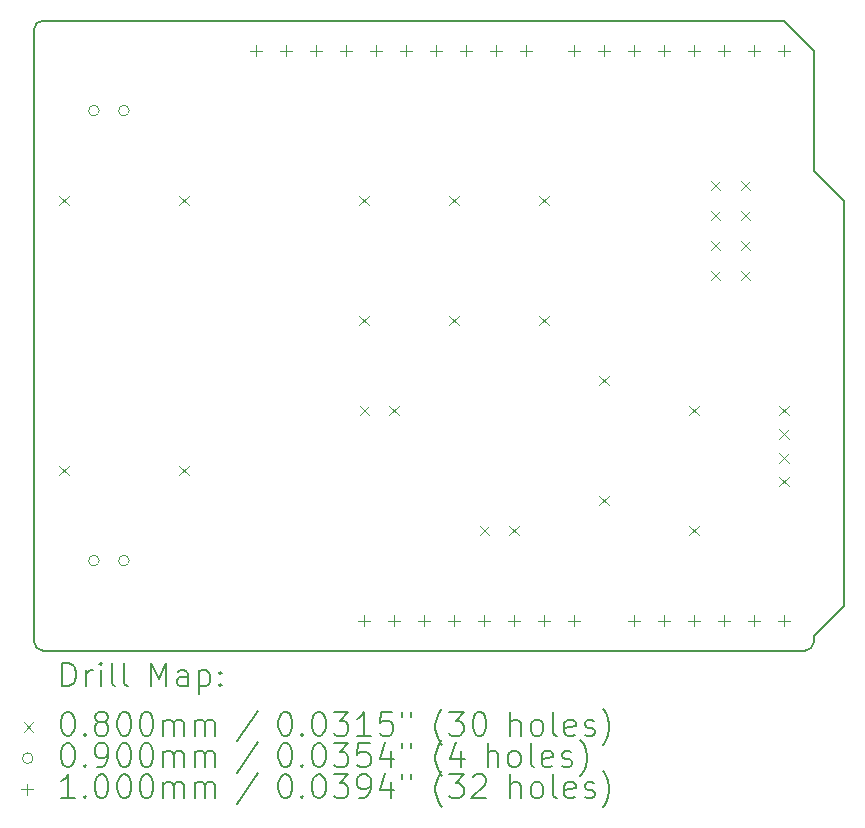
<source format=gbr>
%TF.GenerationSoftware,KiCad,Pcbnew,(7.0.0)*%
%TF.CreationDate,2023-03-23T19:50:35-04:00*%
%TF.ProjectId,ELEG298_S23_Demo_shield,454c4547-3239-4385-9f53-32335f44656d,rev?*%
%TF.SameCoordinates,Original*%
%TF.FileFunction,Drillmap*%
%TF.FilePolarity,Positive*%
%FSLAX45Y45*%
G04 Gerber Fmt 4.5, Leading zero omitted, Abs format (unit mm)*
G04 Created by KiCad (PCBNEW (7.0.0)) date 2023-03-23 19:50:35*
%MOMM*%
%LPD*%
G01*
G04 APERTURE LIST*
%ADD10C,0.150000*%
%ADD11C,0.200000*%
%ADD12C,0.080000*%
%ADD13C,0.090000*%
%ADD14C,0.100000*%
G04 APERTURE END LIST*
D10*
X16604000Y-5936000D02*
X16858000Y-6190000D01*
X10000000Y-9923800D02*
X10000000Y-4742200D01*
X16858000Y-6190000D02*
X16858000Y-9619000D01*
X16527800Y-10000000D02*
X10076200Y-10000000D01*
X10076200Y-4666000D02*
X16350000Y-4666000D01*
X10000000Y-9923800D02*
G75*
G03*
X10076200Y-10000000I76200J0D01*
G01*
X16858000Y-9619000D02*
X16604000Y-9873000D01*
X16350000Y-4666000D02*
X16604000Y-4920000D01*
X16527800Y-10000000D02*
G75*
G03*
X16604000Y-9923800I0J76200D01*
G01*
X16604000Y-4920000D02*
X16604000Y-5936000D01*
X16604000Y-9873000D02*
X16604000Y-9923800D01*
X10076200Y-4666000D02*
G75*
G03*
X10000000Y-4742200I0J-76200D01*
G01*
D11*
D12*
X10214000Y-6150000D02*
X10294000Y-6230000D01*
X10294000Y-6150000D02*
X10214000Y-6230000D01*
X10214000Y-8436000D02*
X10294000Y-8516000D01*
X10294000Y-8436000D02*
X10214000Y-8516000D01*
X11230000Y-6150000D02*
X11310000Y-6230000D01*
X11310000Y-6150000D02*
X11230000Y-6230000D01*
X11230000Y-8436000D02*
X11310000Y-8516000D01*
X11310000Y-8436000D02*
X11230000Y-8516000D01*
X12754000Y-6150000D02*
X12834000Y-6230000D01*
X12834000Y-6150000D02*
X12754000Y-6230000D01*
X12754000Y-7166000D02*
X12834000Y-7246000D01*
X12834000Y-7166000D02*
X12754000Y-7246000D01*
X12758000Y-7928000D02*
X12838000Y-8008000D01*
X12838000Y-7928000D02*
X12758000Y-8008000D01*
X13008000Y-7928000D02*
X13088000Y-8008000D01*
X13088000Y-7928000D02*
X13008000Y-8008000D01*
X13516000Y-6150000D02*
X13596000Y-6230000D01*
X13596000Y-6150000D02*
X13516000Y-6230000D01*
X13516000Y-7166000D02*
X13596000Y-7246000D01*
X13596000Y-7166000D02*
X13516000Y-7246000D01*
X13774000Y-8944000D02*
X13854000Y-9024000D01*
X13854000Y-8944000D02*
X13774000Y-9024000D01*
X14024000Y-8944000D02*
X14104000Y-9024000D01*
X14104000Y-8944000D02*
X14024000Y-9024000D01*
X14278000Y-6150000D02*
X14358000Y-6230000D01*
X14358000Y-6150000D02*
X14278000Y-6230000D01*
X14278000Y-7166000D02*
X14358000Y-7246000D01*
X14358000Y-7166000D02*
X14278000Y-7246000D01*
X14786000Y-7674000D02*
X14866000Y-7754000D01*
X14866000Y-7674000D02*
X14786000Y-7754000D01*
X14786000Y-8690000D02*
X14866000Y-8770000D01*
X14866000Y-8690000D02*
X14786000Y-8770000D01*
X15548000Y-7928000D02*
X15628000Y-8008000D01*
X15628000Y-7928000D02*
X15548000Y-8008000D01*
X15548000Y-8944000D02*
X15628000Y-9024000D01*
X15628000Y-8944000D02*
X15548000Y-9024000D01*
X15733000Y-6023000D02*
X15813000Y-6103000D01*
X15813000Y-6023000D02*
X15733000Y-6103000D01*
X15733000Y-6277000D02*
X15813000Y-6357000D01*
X15813000Y-6277000D02*
X15733000Y-6357000D01*
X15733000Y-6531000D02*
X15813000Y-6611000D01*
X15813000Y-6531000D02*
X15733000Y-6611000D01*
X15733000Y-6785000D02*
X15813000Y-6865000D01*
X15813000Y-6785000D02*
X15733000Y-6865000D01*
X15987000Y-6023000D02*
X16067000Y-6103000D01*
X16067000Y-6023000D02*
X15987000Y-6103000D01*
X15987000Y-6277000D02*
X16067000Y-6357000D01*
X16067000Y-6277000D02*
X15987000Y-6357000D01*
X15987000Y-6531000D02*
X16067000Y-6611000D01*
X16067000Y-6531000D02*
X15987000Y-6611000D01*
X15987000Y-6785000D02*
X16067000Y-6865000D01*
X16067000Y-6785000D02*
X15987000Y-6865000D01*
X16310000Y-7928000D02*
X16390000Y-8008000D01*
X16390000Y-7928000D02*
X16310000Y-8008000D01*
X16310000Y-8128000D02*
X16390000Y-8208000D01*
X16390000Y-8128000D02*
X16310000Y-8208000D01*
X16310000Y-8328000D02*
X16390000Y-8408000D01*
X16390000Y-8328000D02*
X16310000Y-8408000D01*
X16310000Y-8528000D02*
X16390000Y-8608000D01*
X16390000Y-8528000D02*
X16310000Y-8608000D01*
D13*
X10553000Y-5428000D02*
G75*
G03*
X10553000Y-5428000I-45000J0D01*
G01*
X10553000Y-9238000D02*
G75*
G03*
X10553000Y-9238000I-45000J0D01*
G01*
X10807000Y-5428000D02*
G75*
G03*
X10807000Y-5428000I-45000J0D01*
G01*
X10807000Y-9238000D02*
G75*
G03*
X10807000Y-9238000I-45000J0D01*
G01*
D14*
X11879600Y-4870000D02*
X11879600Y-4970000D01*
X11829600Y-4920000D02*
X11929600Y-4920000D01*
X12133600Y-4870000D02*
X12133600Y-4970000D01*
X12083600Y-4920000D02*
X12183600Y-4920000D01*
X12387600Y-4870000D02*
X12387600Y-4970000D01*
X12337600Y-4920000D02*
X12437600Y-4920000D01*
X12641600Y-4870000D02*
X12641600Y-4970000D01*
X12591600Y-4920000D02*
X12691600Y-4920000D01*
X12794000Y-9696000D02*
X12794000Y-9796000D01*
X12744000Y-9746000D02*
X12844000Y-9746000D01*
X12895600Y-4870000D02*
X12895600Y-4970000D01*
X12845600Y-4920000D02*
X12945600Y-4920000D01*
X13048000Y-9696000D02*
X13048000Y-9796000D01*
X12998000Y-9746000D02*
X13098000Y-9746000D01*
X13149600Y-4870000D02*
X13149600Y-4970000D01*
X13099600Y-4920000D02*
X13199600Y-4920000D01*
X13302000Y-9696000D02*
X13302000Y-9796000D01*
X13252000Y-9746000D02*
X13352000Y-9746000D01*
X13403600Y-4870000D02*
X13403600Y-4970000D01*
X13353600Y-4920000D02*
X13453600Y-4920000D01*
X13556000Y-9696000D02*
X13556000Y-9796000D01*
X13506000Y-9746000D02*
X13606000Y-9746000D01*
X13657600Y-4870000D02*
X13657600Y-4970000D01*
X13607600Y-4920000D02*
X13707600Y-4920000D01*
X13810000Y-9696000D02*
X13810000Y-9796000D01*
X13760000Y-9746000D02*
X13860000Y-9746000D01*
X13911600Y-4870000D02*
X13911600Y-4970000D01*
X13861600Y-4920000D02*
X13961600Y-4920000D01*
X14064000Y-9696000D02*
X14064000Y-9796000D01*
X14014000Y-9746000D02*
X14114000Y-9746000D01*
X14165600Y-4870000D02*
X14165600Y-4970000D01*
X14115600Y-4920000D02*
X14215600Y-4920000D01*
X14318000Y-9696000D02*
X14318000Y-9796000D01*
X14268000Y-9746000D02*
X14368000Y-9746000D01*
X14572000Y-4870000D02*
X14572000Y-4970000D01*
X14522000Y-4920000D02*
X14622000Y-4920000D01*
X14572000Y-9696000D02*
X14572000Y-9796000D01*
X14522000Y-9746000D02*
X14622000Y-9746000D01*
X14826000Y-4870000D02*
X14826000Y-4970000D01*
X14776000Y-4920000D02*
X14876000Y-4920000D01*
X15080000Y-4870000D02*
X15080000Y-4970000D01*
X15030000Y-4920000D02*
X15130000Y-4920000D01*
X15080000Y-9696000D02*
X15080000Y-9796000D01*
X15030000Y-9746000D02*
X15130000Y-9746000D01*
X15334000Y-4870000D02*
X15334000Y-4970000D01*
X15284000Y-4920000D02*
X15384000Y-4920000D01*
X15334000Y-9696000D02*
X15334000Y-9796000D01*
X15284000Y-9746000D02*
X15384000Y-9746000D01*
X15588000Y-4870000D02*
X15588000Y-4970000D01*
X15538000Y-4920000D02*
X15638000Y-4920000D01*
X15588000Y-9696000D02*
X15588000Y-9796000D01*
X15538000Y-9746000D02*
X15638000Y-9746000D01*
X15842000Y-4870000D02*
X15842000Y-4970000D01*
X15792000Y-4920000D02*
X15892000Y-4920000D01*
X15842000Y-9696000D02*
X15842000Y-9796000D01*
X15792000Y-9746000D02*
X15892000Y-9746000D01*
X16096000Y-4870000D02*
X16096000Y-4970000D01*
X16046000Y-4920000D02*
X16146000Y-4920000D01*
X16096000Y-9696000D02*
X16096000Y-9796000D01*
X16046000Y-9746000D02*
X16146000Y-9746000D01*
X16350000Y-4870000D02*
X16350000Y-4970000D01*
X16300000Y-4920000D02*
X16400000Y-4920000D01*
X16350000Y-9696000D02*
X16350000Y-9796000D01*
X16300000Y-9746000D02*
X16400000Y-9746000D01*
D11*
X10240119Y-10300976D02*
X10240119Y-10100976D01*
X10240119Y-10100976D02*
X10287738Y-10100976D01*
X10287738Y-10100976D02*
X10316310Y-10110500D01*
X10316310Y-10110500D02*
X10335357Y-10129548D01*
X10335357Y-10129548D02*
X10344881Y-10148595D01*
X10344881Y-10148595D02*
X10354405Y-10186690D01*
X10354405Y-10186690D02*
X10354405Y-10215262D01*
X10354405Y-10215262D02*
X10344881Y-10253357D01*
X10344881Y-10253357D02*
X10335357Y-10272405D01*
X10335357Y-10272405D02*
X10316310Y-10291452D01*
X10316310Y-10291452D02*
X10287738Y-10300976D01*
X10287738Y-10300976D02*
X10240119Y-10300976D01*
X10440119Y-10300976D02*
X10440119Y-10167643D01*
X10440119Y-10205738D02*
X10449643Y-10186690D01*
X10449643Y-10186690D02*
X10459167Y-10177167D01*
X10459167Y-10177167D02*
X10478214Y-10167643D01*
X10478214Y-10167643D02*
X10497262Y-10167643D01*
X10563929Y-10300976D02*
X10563929Y-10167643D01*
X10563929Y-10100976D02*
X10554405Y-10110500D01*
X10554405Y-10110500D02*
X10563929Y-10120024D01*
X10563929Y-10120024D02*
X10573452Y-10110500D01*
X10573452Y-10110500D02*
X10563929Y-10100976D01*
X10563929Y-10100976D02*
X10563929Y-10120024D01*
X10687738Y-10300976D02*
X10668690Y-10291452D01*
X10668690Y-10291452D02*
X10659167Y-10272405D01*
X10659167Y-10272405D02*
X10659167Y-10100976D01*
X10792500Y-10300976D02*
X10773452Y-10291452D01*
X10773452Y-10291452D02*
X10763929Y-10272405D01*
X10763929Y-10272405D02*
X10763929Y-10100976D01*
X10988690Y-10300976D02*
X10988690Y-10100976D01*
X10988690Y-10100976D02*
X11055357Y-10243833D01*
X11055357Y-10243833D02*
X11122024Y-10100976D01*
X11122024Y-10100976D02*
X11122024Y-10300976D01*
X11302976Y-10300976D02*
X11302976Y-10196214D01*
X11302976Y-10196214D02*
X11293452Y-10177167D01*
X11293452Y-10177167D02*
X11274405Y-10167643D01*
X11274405Y-10167643D02*
X11236309Y-10167643D01*
X11236309Y-10167643D02*
X11217262Y-10177167D01*
X11302976Y-10291452D02*
X11283928Y-10300976D01*
X11283928Y-10300976D02*
X11236309Y-10300976D01*
X11236309Y-10300976D02*
X11217262Y-10291452D01*
X11217262Y-10291452D02*
X11207738Y-10272405D01*
X11207738Y-10272405D02*
X11207738Y-10253357D01*
X11207738Y-10253357D02*
X11217262Y-10234310D01*
X11217262Y-10234310D02*
X11236309Y-10224786D01*
X11236309Y-10224786D02*
X11283928Y-10224786D01*
X11283928Y-10224786D02*
X11302976Y-10215262D01*
X11398214Y-10167643D02*
X11398214Y-10367643D01*
X11398214Y-10177167D02*
X11417262Y-10167643D01*
X11417262Y-10167643D02*
X11455357Y-10167643D01*
X11455357Y-10167643D02*
X11474405Y-10177167D01*
X11474405Y-10177167D02*
X11483928Y-10186690D01*
X11483928Y-10186690D02*
X11493452Y-10205738D01*
X11493452Y-10205738D02*
X11493452Y-10262881D01*
X11493452Y-10262881D02*
X11483928Y-10281929D01*
X11483928Y-10281929D02*
X11474405Y-10291452D01*
X11474405Y-10291452D02*
X11455357Y-10300976D01*
X11455357Y-10300976D02*
X11417262Y-10300976D01*
X11417262Y-10300976D02*
X11398214Y-10291452D01*
X11579167Y-10281929D02*
X11588690Y-10291452D01*
X11588690Y-10291452D02*
X11579167Y-10300976D01*
X11579167Y-10300976D02*
X11569643Y-10291452D01*
X11569643Y-10291452D02*
X11579167Y-10281929D01*
X11579167Y-10281929D02*
X11579167Y-10300976D01*
X11579167Y-10177167D02*
X11588690Y-10186690D01*
X11588690Y-10186690D02*
X11579167Y-10196214D01*
X11579167Y-10196214D02*
X11569643Y-10186690D01*
X11569643Y-10186690D02*
X11579167Y-10177167D01*
X11579167Y-10177167D02*
X11579167Y-10196214D01*
D12*
X9912500Y-10607500D02*
X9992500Y-10687500D01*
X9992500Y-10607500D02*
X9912500Y-10687500D01*
D11*
X10278214Y-10520976D02*
X10297262Y-10520976D01*
X10297262Y-10520976D02*
X10316310Y-10530500D01*
X10316310Y-10530500D02*
X10325833Y-10540024D01*
X10325833Y-10540024D02*
X10335357Y-10559071D01*
X10335357Y-10559071D02*
X10344881Y-10597167D01*
X10344881Y-10597167D02*
X10344881Y-10644786D01*
X10344881Y-10644786D02*
X10335357Y-10682881D01*
X10335357Y-10682881D02*
X10325833Y-10701929D01*
X10325833Y-10701929D02*
X10316310Y-10711452D01*
X10316310Y-10711452D02*
X10297262Y-10720976D01*
X10297262Y-10720976D02*
X10278214Y-10720976D01*
X10278214Y-10720976D02*
X10259167Y-10711452D01*
X10259167Y-10711452D02*
X10249643Y-10701929D01*
X10249643Y-10701929D02*
X10240119Y-10682881D01*
X10240119Y-10682881D02*
X10230595Y-10644786D01*
X10230595Y-10644786D02*
X10230595Y-10597167D01*
X10230595Y-10597167D02*
X10240119Y-10559071D01*
X10240119Y-10559071D02*
X10249643Y-10540024D01*
X10249643Y-10540024D02*
X10259167Y-10530500D01*
X10259167Y-10530500D02*
X10278214Y-10520976D01*
X10430595Y-10701929D02*
X10440119Y-10711452D01*
X10440119Y-10711452D02*
X10430595Y-10720976D01*
X10430595Y-10720976D02*
X10421071Y-10711452D01*
X10421071Y-10711452D02*
X10430595Y-10701929D01*
X10430595Y-10701929D02*
X10430595Y-10720976D01*
X10554405Y-10606690D02*
X10535357Y-10597167D01*
X10535357Y-10597167D02*
X10525833Y-10587643D01*
X10525833Y-10587643D02*
X10516310Y-10568595D01*
X10516310Y-10568595D02*
X10516310Y-10559071D01*
X10516310Y-10559071D02*
X10525833Y-10540024D01*
X10525833Y-10540024D02*
X10535357Y-10530500D01*
X10535357Y-10530500D02*
X10554405Y-10520976D01*
X10554405Y-10520976D02*
X10592500Y-10520976D01*
X10592500Y-10520976D02*
X10611548Y-10530500D01*
X10611548Y-10530500D02*
X10621071Y-10540024D01*
X10621071Y-10540024D02*
X10630595Y-10559071D01*
X10630595Y-10559071D02*
X10630595Y-10568595D01*
X10630595Y-10568595D02*
X10621071Y-10587643D01*
X10621071Y-10587643D02*
X10611548Y-10597167D01*
X10611548Y-10597167D02*
X10592500Y-10606690D01*
X10592500Y-10606690D02*
X10554405Y-10606690D01*
X10554405Y-10606690D02*
X10535357Y-10616214D01*
X10535357Y-10616214D02*
X10525833Y-10625738D01*
X10525833Y-10625738D02*
X10516310Y-10644786D01*
X10516310Y-10644786D02*
X10516310Y-10682881D01*
X10516310Y-10682881D02*
X10525833Y-10701929D01*
X10525833Y-10701929D02*
X10535357Y-10711452D01*
X10535357Y-10711452D02*
X10554405Y-10720976D01*
X10554405Y-10720976D02*
X10592500Y-10720976D01*
X10592500Y-10720976D02*
X10611548Y-10711452D01*
X10611548Y-10711452D02*
X10621071Y-10701929D01*
X10621071Y-10701929D02*
X10630595Y-10682881D01*
X10630595Y-10682881D02*
X10630595Y-10644786D01*
X10630595Y-10644786D02*
X10621071Y-10625738D01*
X10621071Y-10625738D02*
X10611548Y-10616214D01*
X10611548Y-10616214D02*
X10592500Y-10606690D01*
X10754405Y-10520976D02*
X10773452Y-10520976D01*
X10773452Y-10520976D02*
X10792500Y-10530500D01*
X10792500Y-10530500D02*
X10802024Y-10540024D01*
X10802024Y-10540024D02*
X10811548Y-10559071D01*
X10811548Y-10559071D02*
X10821071Y-10597167D01*
X10821071Y-10597167D02*
X10821071Y-10644786D01*
X10821071Y-10644786D02*
X10811548Y-10682881D01*
X10811548Y-10682881D02*
X10802024Y-10701929D01*
X10802024Y-10701929D02*
X10792500Y-10711452D01*
X10792500Y-10711452D02*
X10773452Y-10720976D01*
X10773452Y-10720976D02*
X10754405Y-10720976D01*
X10754405Y-10720976D02*
X10735357Y-10711452D01*
X10735357Y-10711452D02*
X10725833Y-10701929D01*
X10725833Y-10701929D02*
X10716310Y-10682881D01*
X10716310Y-10682881D02*
X10706786Y-10644786D01*
X10706786Y-10644786D02*
X10706786Y-10597167D01*
X10706786Y-10597167D02*
X10716310Y-10559071D01*
X10716310Y-10559071D02*
X10725833Y-10540024D01*
X10725833Y-10540024D02*
X10735357Y-10530500D01*
X10735357Y-10530500D02*
X10754405Y-10520976D01*
X10944881Y-10520976D02*
X10963929Y-10520976D01*
X10963929Y-10520976D02*
X10982976Y-10530500D01*
X10982976Y-10530500D02*
X10992500Y-10540024D01*
X10992500Y-10540024D02*
X11002024Y-10559071D01*
X11002024Y-10559071D02*
X11011548Y-10597167D01*
X11011548Y-10597167D02*
X11011548Y-10644786D01*
X11011548Y-10644786D02*
X11002024Y-10682881D01*
X11002024Y-10682881D02*
X10992500Y-10701929D01*
X10992500Y-10701929D02*
X10982976Y-10711452D01*
X10982976Y-10711452D02*
X10963929Y-10720976D01*
X10963929Y-10720976D02*
X10944881Y-10720976D01*
X10944881Y-10720976D02*
X10925833Y-10711452D01*
X10925833Y-10711452D02*
X10916310Y-10701929D01*
X10916310Y-10701929D02*
X10906786Y-10682881D01*
X10906786Y-10682881D02*
X10897262Y-10644786D01*
X10897262Y-10644786D02*
X10897262Y-10597167D01*
X10897262Y-10597167D02*
X10906786Y-10559071D01*
X10906786Y-10559071D02*
X10916310Y-10540024D01*
X10916310Y-10540024D02*
X10925833Y-10530500D01*
X10925833Y-10530500D02*
X10944881Y-10520976D01*
X11097262Y-10720976D02*
X11097262Y-10587643D01*
X11097262Y-10606690D02*
X11106786Y-10597167D01*
X11106786Y-10597167D02*
X11125833Y-10587643D01*
X11125833Y-10587643D02*
X11154405Y-10587643D01*
X11154405Y-10587643D02*
X11173452Y-10597167D01*
X11173452Y-10597167D02*
X11182976Y-10616214D01*
X11182976Y-10616214D02*
X11182976Y-10720976D01*
X11182976Y-10616214D02*
X11192500Y-10597167D01*
X11192500Y-10597167D02*
X11211548Y-10587643D01*
X11211548Y-10587643D02*
X11240119Y-10587643D01*
X11240119Y-10587643D02*
X11259167Y-10597167D01*
X11259167Y-10597167D02*
X11268690Y-10616214D01*
X11268690Y-10616214D02*
X11268690Y-10720976D01*
X11363929Y-10720976D02*
X11363929Y-10587643D01*
X11363929Y-10606690D02*
X11373452Y-10597167D01*
X11373452Y-10597167D02*
X11392500Y-10587643D01*
X11392500Y-10587643D02*
X11421071Y-10587643D01*
X11421071Y-10587643D02*
X11440119Y-10597167D01*
X11440119Y-10597167D02*
X11449643Y-10616214D01*
X11449643Y-10616214D02*
X11449643Y-10720976D01*
X11449643Y-10616214D02*
X11459167Y-10597167D01*
X11459167Y-10597167D02*
X11478214Y-10587643D01*
X11478214Y-10587643D02*
X11506786Y-10587643D01*
X11506786Y-10587643D02*
X11525833Y-10597167D01*
X11525833Y-10597167D02*
X11535357Y-10616214D01*
X11535357Y-10616214D02*
X11535357Y-10720976D01*
X11893452Y-10511452D02*
X11722024Y-10768595D01*
X12118214Y-10520976D02*
X12137262Y-10520976D01*
X12137262Y-10520976D02*
X12156310Y-10530500D01*
X12156310Y-10530500D02*
X12165833Y-10540024D01*
X12165833Y-10540024D02*
X12175357Y-10559071D01*
X12175357Y-10559071D02*
X12184881Y-10597167D01*
X12184881Y-10597167D02*
X12184881Y-10644786D01*
X12184881Y-10644786D02*
X12175357Y-10682881D01*
X12175357Y-10682881D02*
X12165833Y-10701929D01*
X12165833Y-10701929D02*
X12156310Y-10711452D01*
X12156310Y-10711452D02*
X12137262Y-10720976D01*
X12137262Y-10720976D02*
X12118214Y-10720976D01*
X12118214Y-10720976D02*
X12099167Y-10711452D01*
X12099167Y-10711452D02*
X12089643Y-10701929D01*
X12089643Y-10701929D02*
X12080119Y-10682881D01*
X12080119Y-10682881D02*
X12070595Y-10644786D01*
X12070595Y-10644786D02*
X12070595Y-10597167D01*
X12070595Y-10597167D02*
X12080119Y-10559071D01*
X12080119Y-10559071D02*
X12089643Y-10540024D01*
X12089643Y-10540024D02*
X12099167Y-10530500D01*
X12099167Y-10530500D02*
X12118214Y-10520976D01*
X12270595Y-10701929D02*
X12280119Y-10711452D01*
X12280119Y-10711452D02*
X12270595Y-10720976D01*
X12270595Y-10720976D02*
X12261071Y-10711452D01*
X12261071Y-10711452D02*
X12270595Y-10701929D01*
X12270595Y-10701929D02*
X12270595Y-10720976D01*
X12403929Y-10520976D02*
X12422976Y-10520976D01*
X12422976Y-10520976D02*
X12442024Y-10530500D01*
X12442024Y-10530500D02*
X12451548Y-10540024D01*
X12451548Y-10540024D02*
X12461071Y-10559071D01*
X12461071Y-10559071D02*
X12470595Y-10597167D01*
X12470595Y-10597167D02*
X12470595Y-10644786D01*
X12470595Y-10644786D02*
X12461071Y-10682881D01*
X12461071Y-10682881D02*
X12451548Y-10701929D01*
X12451548Y-10701929D02*
X12442024Y-10711452D01*
X12442024Y-10711452D02*
X12422976Y-10720976D01*
X12422976Y-10720976D02*
X12403929Y-10720976D01*
X12403929Y-10720976D02*
X12384881Y-10711452D01*
X12384881Y-10711452D02*
X12375357Y-10701929D01*
X12375357Y-10701929D02*
X12365833Y-10682881D01*
X12365833Y-10682881D02*
X12356310Y-10644786D01*
X12356310Y-10644786D02*
X12356310Y-10597167D01*
X12356310Y-10597167D02*
X12365833Y-10559071D01*
X12365833Y-10559071D02*
X12375357Y-10540024D01*
X12375357Y-10540024D02*
X12384881Y-10530500D01*
X12384881Y-10530500D02*
X12403929Y-10520976D01*
X12537262Y-10520976D02*
X12661071Y-10520976D01*
X12661071Y-10520976D02*
X12594405Y-10597167D01*
X12594405Y-10597167D02*
X12622976Y-10597167D01*
X12622976Y-10597167D02*
X12642024Y-10606690D01*
X12642024Y-10606690D02*
X12651548Y-10616214D01*
X12651548Y-10616214D02*
X12661071Y-10635262D01*
X12661071Y-10635262D02*
X12661071Y-10682881D01*
X12661071Y-10682881D02*
X12651548Y-10701929D01*
X12651548Y-10701929D02*
X12642024Y-10711452D01*
X12642024Y-10711452D02*
X12622976Y-10720976D01*
X12622976Y-10720976D02*
X12565833Y-10720976D01*
X12565833Y-10720976D02*
X12546786Y-10711452D01*
X12546786Y-10711452D02*
X12537262Y-10701929D01*
X12851548Y-10720976D02*
X12737262Y-10720976D01*
X12794405Y-10720976D02*
X12794405Y-10520976D01*
X12794405Y-10520976D02*
X12775357Y-10549548D01*
X12775357Y-10549548D02*
X12756310Y-10568595D01*
X12756310Y-10568595D02*
X12737262Y-10578119D01*
X13032500Y-10520976D02*
X12937262Y-10520976D01*
X12937262Y-10520976D02*
X12927738Y-10616214D01*
X12927738Y-10616214D02*
X12937262Y-10606690D01*
X12937262Y-10606690D02*
X12956310Y-10597167D01*
X12956310Y-10597167D02*
X13003929Y-10597167D01*
X13003929Y-10597167D02*
X13022976Y-10606690D01*
X13022976Y-10606690D02*
X13032500Y-10616214D01*
X13032500Y-10616214D02*
X13042024Y-10635262D01*
X13042024Y-10635262D02*
X13042024Y-10682881D01*
X13042024Y-10682881D02*
X13032500Y-10701929D01*
X13032500Y-10701929D02*
X13022976Y-10711452D01*
X13022976Y-10711452D02*
X13003929Y-10720976D01*
X13003929Y-10720976D02*
X12956310Y-10720976D01*
X12956310Y-10720976D02*
X12937262Y-10711452D01*
X12937262Y-10711452D02*
X12927738Y-10701929D01*
X13118214Y-10520976D02*
X13118214Y-10559071D01*
X13194405Y-10520976D02*
X13194405Y-10559071D01*
X13457262Y-10797167D02*
X13447738Y-10787643D01*
X13447738Y-10787643D02*
X13428691Y-10759071D01*
X13428691Y-10759071D02*
X13419167Y-10740024D01*
X13419167Y-10740024D02*
X13409643Y-10711452D01*
X13409643Y-10711452D02*
X13400119Y-10663833D01*
X13400119Y-10663833D02*
X13400119Y-10625738D01*
X13400119Y-10625738D02*
X13409643Y-10578119D01*
X13409643Y-10578119D02*
X13419167Y-10549548D01*
X13419167Y-10549548D02*
X13428691Y-10530500D01*
X13428691Y-10530500D02*
X13447738Y-10501929D01*
X13447738Y-10501929D02*
X13457262Y-10492405D01*
X13514405Y-10520976D02*
X13638214Y-10520976D01*
X13638214Y-10520976D02*
X13571548Y-10597167D01*
X13571548Y-10597167D02*
X13600119Y-10597167D01*
X13600119Y-10597167D02*
X13619167Y-10606690D01*
X13619167Y-10606690D02*
X13628691Y-10616214D01*
X13628691Y-10616214D02*
X13638214Y-10635262D01*
X13638214Y-10635262D02*
X13638214Y-10682881D01*
X13638214Y-10682881D02*
X13628691Y-10701929D01*
X13628691Y-10701929D02*
X13619167Y-10711452D01*
X13619167Y-10711452D02*
X13600119Y-10720976D01*
X13600119Y-10720976D02*
X13542976Y-10720976D01*
X13542976Y-10720976D02*
X13523929Y-10711452D01*
X13523929Y-10711452D02*
X13514405Y-10701929D01*
X13762024Y-10520976D02*
X13781072Y-10520976D01*
X13781072Y-10520976D02*
X13800119Y-10530500D01*
X13800119Y-10530500D02*
X13809643Y-10540024D01*
X13809643Y-10540024D02*
X13819167Y-10559071D01*
X13819167Y-10559071D02*
X13828691Y-10597167D01*
X13828691Y-10597167D02*
X13828691Y-10644786D01*
X13828691Y-10644786D02*
X13819167Y-10682881D01*
X13819167Y-10682881D02*
X13809643Y-10701929D01*
X13809643Y-10701929D02*
X13800119Y-10711452D01*
X13800119Y-10711452D02*
X13781072Y-10720976D01*
X13781072Y-10720976D02*
X13762024Y-10720976D01*
X13762024Y-10720976D02*
X13742976Y-10711452D01*
X13742976Y-10711452D02*
X13733452Y-10701929D01*
X13733452Y-10701929D02*
X13723929Y-10682881D01*
X13723929Y-10682881D02*
X13714405Y-10644786D01*
X13714405Y-10644786D02*
X13714405Y-10597167D01*
X13714405Y-10597167D02*
X13723929Y-10559071D01*
X13723929Y-10559071D02*
X13733452Y-10540024D01*
X13733452Y-10540024D02*
X13742976Y-10530500D01*
X13742976Y-10530500D02*
X13762024Y-10520976D01*
X14034405Y-10720976D02*
X14034405Y-10520976D01*
X14120119Y-10720976D02*
X14120119Y-10616214D01*
X14120119Y-10616214D02*
X14110595Y-10597167D01*
X14110595Y-10597167D02*
X14091548Y-10587643D01*
X14091548Y-10587643D02*
X14062976Y-10587643D01*
X14062976Y-10587643D02*
X14043929Y-10597167D01*
X14043929Y-10597167D02*
X14034405Y-10606690D01*
X14243929Y-10720976D02*
X14224881Y-10711452D01*
X14224881Y-10711452D02*
X14215357Y-10701929D01*
X14215357Y-10701929D02*
X14205833Y-10682881D01*
X14205833Y-10682881D02*
X14205833Y-10625738D01*
X14205833Y-10625738D02*
X14215357Y-10606690D01*
X14215357Y-10606690D02*
X14224881Y-10597167D01*
X14224881Y-10597167D02*
X14243929Y-10587643D01*
X14243929Y-10587643D02*
X14272500Y-10587643D01*
X14272500Y-10587643D02*
X14291548Y-10597167D01*
X14291548Y-10597167D02*
X14301072Y-10606690D01*
X14301072Y-10606690D02*
X14310595Y-10625738D01*
X14310595Y-10625738D02*
X14310595Y-10682881D01*
X14310595Y-10682881D02*
X14301072Y-10701929D01*
X14301072Y-10701929D02*
X14291548Y-10711452D01*
X14291548Y-10711452D02*
X14272500Y-10720976D01*
X14272500Y-10720976D02*
X14243929Y-10720976D01*
X14424881Y-10720976D02*
X14405833Y-10711452D01*
X14405833Y-10711452D02*
X14396310Y-10692405D01*
X14396310Y-10692405D02*
X14396310Y-10520976D01*
X14577262Y-10711452D02*
X14558214Y-10720976D01*
X14558214Y-10720976D02*
X14520119Y-10720976D01*
X14520119Y-10720976D02*
X14501072Y-10711452D01*
X14501072Y-10711452D02*
X14491548Y-10692405D01*
X14491548Y-10692405D02*
X14491548Y-10616214D01*
X14491548Y-10616214D02*
X14501072Y-10597167D01*
X14501072Y-10597167D02*
X14520119Y-10587643D01*
X14520119Y-10587643D02*
X14558214Y-10587643D01*
X14558214Y-10587643D02*
X14577262Y-10597167D01*
X14577262Y-10597167D02*
X14586786Y-10616214D01*
X14586786Y-10616214D02*
X14586786Y-10635262D01*
X14586786Y-10635262D02*
X14491548Y-10654310D01*
X14662976Y-10711452D02*
X14682024Y-10720976D01*
X14682024Y-10720976D02*
X14720119Y-10720976D01*
X14720119Y-10720976D02*
X14739167Y-10711452D01*
X14739167Y-10711452D02*
X14748691Y-10692405D01*
X14748691Y-10692405D02*
X14748691Y-10682881D01*
X14748691Y-10682881D02*
X14739167Y-10663833D01*
X14739167Y-10663833D02*
X14720119Y-10654310D01*
X14720119Y-10654310D02*
X14691548Y-10654310D01*
X14691548Y-10654310D02*
X14672500Y-10644786D01*
X14672500Y-10644786D02*
X14662976Y-10625738D01*
X14662976Y-10625738D02*
X14662976Y-10616214D01*
X14662976Y-10616214D02*
X14672500Y-10597167D01*
X14672500Y-10597167D02*
X14691548Y-10587643D01*
X14691548Y-10587643D02*
X14720119Y-10587643D01*
X14720119Y-10587643D02*
X14739167Y-10597167D01*
X14815357Y-10797167D02*
X14824881Y-10787643D01*
X14824881Y-10787643D02*
X14843929Y-10759071D01*
X14843929Y-10759071D02*
X14853453Y-10740024D01*
X14853453Y-10740024D02*
X14862976Y-10711452D01*
X14862976Y-10711452D02*
X14872500Y-10663833D01*
X14872500Y-10663833D02*
X14872500Y-10625738D01*
X14872500Y-10625738D02*
X14862976Y-10578119D01*
X14862976Y-10578119D02*
X14853453Y-10549548D01*
X14853453Y-10549548D02*
X14843929Y-10530500D01*
X14843929Y-10530500D02*
X14824881Y-10501929D01*
X14824881Y-10501929D02*
X14815357Y-10492405D01*
D13*
X9992500Y-10911500D02*
G75*
G03*
X9992500Y-10911500I-45000J0D01*
G01*
D11*
X10278214Y-10784976D02*
X10297262Y-10784976D01*
X10297262Y-10784976D02*
X10316310Y-10794500D01*
X10316310Y-10794500D02*
X10325833Y-10804024D01*
X10325833Y-10804024D02*
X10335357Y-10823071D01*
X10335357Y-10823071D02*
X10344881Y-10861167D01*
X10344881Y-10861167D02*
X10344881Y-10908786D01*
X10344881Y-10908786D02*
X10335357Y-10946881D01*
X10335357Y-10946881D02*
X10325833Y-10965929D01*
X10325833Y-10965929D02*
X10316310Y-10975452D01*
X10316310Y-10975452D02*
X10297262Y-10984976D01*
X10297262Y-10984976D02*
X10278214Y-10984976D01*
X10278214Y-10984976D02*
X10259167Y-10975452D01*
X10259167Y-10975452D02*
X10249643Y-10965929D01*
X10249643Y-10965929D02*
X10240119Y-10946881D01*
X10240119Y-10946881D02*
X10230595Y-10908786D01*
X10230595Y-10908786D02*
X10230595Y-10861167D01*
X10230595Y-10861167D02*
X10240119Y-10823071D01*
X10240119Y-10823071D02*
X10249643Y-10804024D01*
X10249643Y-10804024D02*
X10259167Y-10794500D01*
X10259167Y-10794500D02*
X10278214Y-10784976D01*
X10430595Y-10965929D02*
X10440119Y-10975452D01*
X10440119Y-10975452D02*
X10430595Y-10984976D01*
X10430595Y-10984976D02*
X10421071Y-10975452D01*
X10421071Y-10975452D02*
X10430595Y-10965929D01*
X10430595Y-10965929D02*
X10430595Y-10984976D01*
X10535357Y-10984976D02*
X10573452Y-10984976D01*
X10573452Y-10984976D02*
X10592500Y-10975452D01*
X10592500Y-10975452D02*
X10602024Y-10965929D01*
X10602024Y-10965929D02*
X10621071Y-10937357D01*
X10621071Y-10937357D02*
X10630595Y-10899262D01*
X10630595Y-10899262D02*
X10630595Y-10823071D01*
X10630595Y-10823071D02*
X10621071Y-10804024D01*
X10621071Y-10804024D02*
X10611548Y-10794500D01*
X10611548Y-10794500D02*
X10592500Y-10784976D01*
X10592500Y-10784976D02*
X10554405Y-10784976D01*
X10554405Y-10784976D02*
X10535357Y-10794500D01*
X10535357Y-10794500D02*
X10525833Y-10804024D01*
X10525833Y-10804024D02*
X10516310Y-10823071D01*
X10516310Y-10823071D02*
X10516310Y-10870690D01*
X10516310Y-10870690D02*
X10525833Y-10889738D01*
X10525833Y-10889738D02*
X10535357Y-10899262D01*
X10535357Y-10899262D02*
X10554405Y-10908786D01*
X10554405Y-10908786D02*
X10592500Y-10908786D01*
X10592500Y-10908786D02*
X10611548Y-10899262D01*
X10611548Y-10899262D02*
X10621071Y-10889738D01*
X10621071Y-10889738D02*
X10630595Y-10870690D01*
X10754405Y-10784976D02*
X10773452Y-10784976D01*
X10773452Y-10784976D02*
X10792500Y-10794500D01*
X10792500Y-10794500D02*
X10802024Y-10804024D01*
X10802024Y-10804024D02*
X10811548Y-10823071D01*
X10811548Y-10823071D02*
X10821071Y-10861167D01*
X10821071Y-10861167D02*
X10821071Y-10908786D01*
X10821071Y-10908786D02*
X10811548Y-10946881D01*
X10811548Y-10946881D02*
X10802024Y-10965929D01*
X10802024Y-10965929D02*
X10792500Y-10975452D01*
X10792500Y-10975452D02*
X10773452Y-10984976D01*
X10773452Y-10984976D02*
X10754405Y-10984976D01*
X10754405Y-10984976D02*
X10735357Y-10975452D01*
X10735357Y-10975452D02*
X10725833Y-10965929D01*
X10725833Y-10965929D02*
X10716310Y-10946881D01*
X10716310Y-10946881D02*
X10706786Y-10908786D01*
X10706786Y-10908786D02*
X10706786Y-10861167D01*
X10706786Y-10861167D02*
X10716310Y-10823071D01*
X10716310Y-10823071D02*
X10725833Y-10804024D01*
X10725833Y-10804024D02*
X10735357Y-10794500D01*
X10735357Y-10794500D02*
X10754405Y-10784976D01*
X10944881Y-10784976D02*
X10963929Y-10784976D01*
X10963929Y-10784976D02*
X10982976Y-10794500D01*
X10982976Y-10794500D02*
X10992500Y-10804024D01*
X10992500Y-10804024D02*
X11002024Y-10823071D01*
X11002024Y-10823071D02*
X11011548Y-10861167D01*
X11011548Y-10861167D02*
X11011548Y-10908786D01*
X11011548Y-10908786D02*
X11002024Y-10946881D01*
X11002024Y-10946881D02*
X10992500Y-10965929D01*
X10992500Y-10965929D02*
X10982976Y-10975452D01*
X10982976Y-10975452D02*
X10963929Y-10984976D01*
X10963929Y-10984976D02*
X10944881Y-10984976D01*
X10944881Y-10984976D02*
X10925833Y-10975452D01*
X10925833Y-10975452D02*
X10916310Y-10965929D01*
X10916310Y-10965929D02*
X10906786Y-10946881D01*
X10906786Y-10946881D02*
X10897262Y-10908786D01*
X10897262Y-10908786D02*
X10897262Y-10861167D01*
X10897262Y-10861167D02*
X10906786Y-10823071D01*
X10906786Y-10823071D02*
X10916310Y-10804024D01*
X10916310Y-10804024D02*
X10925833Y-10794500D01*
X10925833Y-10794500D02*
X10944881Y-10784976D01*
X11097262Y-10984976D02*
X11097262Y-10851643D01*
X11097262Y-10870690D02*
X11106786Y-10861167D01*
X11106786Y-10861167D02*
X11125833Y-10851643D01*
X11125833Y-10851643D02*
X11154405Y-10851643D01*
X11154405Y-10851643D02*
X11173452Y-10861167D01*
X11173452Y-10861167D02*
X11182976Y-10880214D01*
X11182976Y-10880214D02*
X11182976Y-10984976D01*
X11182976Y-10880214D02*
X11192500Y-10861167D01*
X11192500Y-10861167D02*
X11211548Y-10851643D01*
X11211548Y-10851643D02*
X11240119Y-10851643D01*
X11240119Y-10851643D02*
X11259167Y-10861167D01*
X11259167Y-10861167D02*
X11268690Y-10880214D01*
X11268690Y-10880214D02*
X11268690Y-10984976D01*
X11363929Y-10984976D02*
X11363929Y-10851643D01*
X11363929Y-10870690D02*
X11373452Y-10861167D01*
X11373452Y-10861167D02*
X11392500Y-10851643D01*
X11392500Y-10851643D02*
X11421071Y-10851643D01*
X11421071Y-10851643D02*
X11440119Y-10861167D01*
X11440119Y-10861167D02*
X11449643Y-10880214D01*
X11449643Y-10880214D02*
X11449643Y-10984976D01*
X11449643Y-10880214D02*
X11459167Y-10861167D01*
X11459167Y-10861167D02*
X11478214Y-10851643D01*
X11478214Y-10851643D02*
X11506786Y-10851643D01*
X11506786Y-10851643D02*
X11525833Y-10861167D01*
X11525833Y-10861167D02*
X11535357Y-10880214D01*
X11535357Y-10880214D02*
X11535357Y-10984976D01*
X11893452Y-10775452D02*
X11722024Y-11032595D01*
X12118214Y-10784976D02*
X12137262Y-10784976D01*
X12137262Y-10784976D02*
X12156310Y-10794500D01*
X12156310Y-10794500D02*
X12165833Y-10804024D01*
X12165833Y-10804024D02*
X12175357Y-10823071D01*
X12175357Y-10823071D02*
X12184881Y-10861167D01*
X12184881Y-10861167D02*
X12184881Y-10908786D01*
X12184881Y-10908786D02*
X12175357Y-10946881D01*
X12175357Y-10946881D02*
X12165833Y-10965929D01*
X12165833Y-10965929D02*
X12156310Y-10975452D01*
X12156310Y-10975452D02*
X12137262Y-10984976D01*
X12137262Y-10984976D02*
X12118214Y-10984976D01*
X12118214Y-10984976D02*
X12099167Y-10975452D01*
X12099167Y-10975452D02*
X12089643Y-10965929D01*
X12089643Y-10965929D02*
X12080119Y-10946881D01*
X12080119Y-10946881D02*
X12070595Y-10908786D01*
X12070595Y-10908786D02*
X12070595Y-10861167D01*
X12070595Y-10861167D02*
X12080119Y-10823071D01*
X12080119Y-10823071D02*
X12089643Y-10804024D01*
X12089643Y-10804024D02*
X12099167Y-10794500D01*
X12099167Y-10794500D02*
X12118214Y-10784976D01*
X12270595Y-10965929D02*
X12280119Y-10975452D01*
X12280119Y-10975452D02*
X12270595Y-10984976D01*
X12270595Y-10984976D02*
X12261071Y-10975452D01*
X12261071Y-10975452D02*
X12270595Y-10965929D01*
X12270595Y-10965929D02*
X12270595Y-10984976D01*
X12403929Y-10784976D02*
X12422976Y-10784976D01*
X12422976Y-10784976D02*
X12442024Y-10794500D01*
X12442024Y-10794500D02*
X12451548Y-10804024D01*
X12451548Y-10804024D02*
X12461071Y-10823071D01*
X12461071Y-10823071D02*
X12470595Y-10861167D01*
X12470595Y-10861167D02*
X12470595Y-10908786D01*
X12470595Y-10908786D02*
X12461071Y-10946881D01*
X12461071Y-10946881D02*
X12451548Y-10965929D01*
X12451548Y-10965929D02*
X12442024Y-10975452D01*
X12442024Y-10975452D02*
X12422976Y-10984976D01*
X12422976Y-10984976D02*
X12403929Y-10984976D01*
X12403929Y-10984976D02*
X12384881Y-10975452D01*
X12384881Y-10975452D02*
X12375357Y-10965929D01*
X12375357Y-10965929D02*
X12365833Y-10946881D01*
X12365833Y-10946881D02*
X12356310Y-10908786D01*
X12356310Y-10908786D02*
X12356310Y-10861167D01*
X12356310Y-10861167D02*
X12365833Y-10823071D01*
X12365833Y-10823071D02*
X12375357Y-10804024D01*
X12375357Y-10804024D02*
X12384881Y-10794500D01*
X12384881Y-10794500D02*
X12403929Y-10784976D01*
X12537262Y-10784976D02*
X12661071Y-10784976D01*
X12661071Y-10784976D02*
X12594405Y-10861167D01*
X12594405Y-10861167D02*
X12622976Y-10861167D01*
X12622976Y-10861167D02*
X12642024Y-10870690D01*
X12642024Y-10870690D02*
X12651548Y-10880214D01*
X12651548Y-10880214D02*
X12661071Y-10899262D01*
X12661071Y-10899262D02*
X12661071Y-10946881D01*
X12661071Y-10946881D02*
X12651548Y-10965929D01*
X12651548Y-10965929D02*
X12642024Y-10975452D01*
X12642024Y-10975452D02*
X12622976Y-10984976D01*
X12622976Y-10984976D02*
X12565833Y-10984976D01*
X12565833Y-10984976D02*
X12546786Y-10975452D01*
X12546786Y-10975452D02*
X12537262Y-10965929D01*
X12842024Y-10784976D02*
X12746786Y-10784976D01*
X12746786Y-10784976D02*
X12737262Y-10880214D01*
X12737262Y-10880214D02*
X12746786Y-10870690D01*
X12746786Y-10870690D02*
X12765833Y-10861167D01*
X12765833Y-10861167D02*
X12813452Y-10861167D01*
X12813452Y-10861167D02*
X12832500Y-10870690D01*
X12832500Y-10870690D02*
X12842024Y-10880214D01*
X12842024Y-10880214D02*
X12851548Y-10899262D01*
X12851548Y-10899262D02*
X12851548Y-10946881D01*
X12851548Y-10946881D02*
X12842024Y-10965929D01*
X12842024Y-10965929D02*
X12832500Y-10975452D01*
X12832500Y-10975452D02*
X12813452Y-10984976D01*
X12813452Y-10984976D02*
X12765833Y-10984976D01*
X12765833Y-10984976D02*
X12746786Y-10975452D01*
X12746786Y-10975452D02*
X12737262Y-10965929D01*
X13022976Y-10851643D02*
X13022976Y-10984976D01*
X12975357Y-10775452D02*
X12927738Y-10918310D01*
X12927738Y-10918310D02*
X13051548Y-10918310D01*
X13118214Y-10784976D02*
X13118214Y-10823071D01*
X13194405Y-10784976D02*
X13194405Y-10823071D01*
X13457262Y-11061167D02*
X13447738Y-11051643D01*
X13447738Y-11051643D02*
X13428691Y-11023071D01*
X13428691Y-11023071D02*
X13419167Y-11004024D01*
X13419167Y-11004024D02*
X13409643Y-10975452D01*
X13409643Y-10975452D02*
X13400119Y-10927833D01*
X13400119Y-10927833D02*
X13400119Y-10889738D01*
X13400119Y-10889738D02*
X13409643Y-10842119D01*
X13409643Y-10842119D02*
X13419167Y-10813548D01*
X13419167Y-10813548D02*
X13428691Y-10794500D01*
X13428691Y-10794500D02*
X13447738Y-10765929D01*
X13447738Y-10765929D02*
X13457262Y-10756405D01*
X13619167Y-10851643D02*
X13619167Y-10984976D01*
X13571548Y-10775452D02*
X13523929Y-10918310D01*
X13523929Y-10918310D02*
X13647738Y-10918310D01*
X13843929Y-10984976D02*
X13843929Y-10784976D01*
X13929643Y-10984976D02*
X13929643Y-10880214D01*
X13929643Y-10880214D02*
X13920119Y-10861167D01*
X13920119Y-10861167D02*
X13901072Y-10851643D01*
X13901072Y-10851643D02*
X13872500Y-10851643D01*
X13872500Y-10851643D02*
X13853452Y-10861167D01*
X13853452Y-10861167D02*
X13843929Y-10870690D01*
X14053452Y-10984976D02*
X14034405Y-10975452D01*
X14034405Y-10975452D02*
X14024881Y-10965929D01*
X14024881Y-10965929D02*
X14015357Y-10946881D01*
X14015357Y-10946881D02*
X14015357Y-10889738D01*
X14015357Y-10889738D02*
X14024881Y-10870690D01*
X14024881Y-10870690D02*
X14034405Y-10861167D01*
X14034405Y-10861167D02*
X14053452Y-10851643D01*
X14053452Y-10851643D02*
X14082024Y-10851643D01*
X14082024Y-10851643D02*
X14101072Y-10861167D01*
X14101072Y-10861167D02*
X14110595Y-10870690D01*
X14110595Y-10870690D02*
X14120119Y-10889738D01*
X14120119Y-10889738D02*
X14120119Y-10946881D01*
X14120119Y-10946881D02*
X14110595Y-10965929D01*
X14110595Y-10965929D02*
X14101072Y-10975452D01*
X14101072Y-10975452D02*
X14082024Y-10984976D01*
X14082024Y-10984976D02*
X14053452Y-10984976D01*
X14234405Y-10984976D02*
X14215357Y-10975452D01*
X14215357Y-10975452D02*
X14205833Y-10956405D01*
X14205833Y-10956405D02*
X14205833Y-10784976D01*
X14386786Y-10975452D02*
X14367738Y-10984976D01*
X14367738Y-10984976D02*
X14329643Y-10984976D01*
X14329643Y-10984976D02*
X14310595Y-10975452D01*
X14310595Y-10975452D02*
X14301072Y-10956405D01*
X14301072Y-10956405D02*
X14301072Y-10880214D01*
X14301072Y-10880214D02*
X14310595Y-10861167D01*
X14310595Y-10861167D02*
X14329643Y-10851643D01*
X14329643Y-10851643D02*
X14367738Y-10851643D01*
X14367738Y-10851643D02*
X14386786Y-10861167D01*
X14386786Y-10861167D02*
X14396310Y-10880214D01*
X14396310Y-10880214D02*
X14396310Y-10899262D01*
X14396310Y-10899262D02*
X14301072Y-10918310D01*
X14472500Y-10975452D02*
X14491548Y-10984976D01*
X14491548Y-10984976D02*
X14529643Y-10984976D01*
X14529643Y-10984976D02*
X14548691Y-10975452D01*
X14548691Y-10975452D02*
X14558214Y-10956405D01*
X14558214Y-10956405D02*
X14558214Y-10946881D01*
X14558214Y-10946881D02*
X14548691Y-10927833D01*
X14548691Y-10927833D02*
X14529643Y-10918310D01*
X14529643Y-10918310D02*
X14501072Y-10918310D01*
X14501072Y-10918310D02*
X14482024Y-10908786D01*
X14482024Y-10908786D02*
X14472500Y-10889738D01*
X14472500Y-10889738D02*
X14472500Y-10880214D01*
X14472500Y-10880214D02*
X14482024Y-10861167D01*
X14482024Y-10861167D02*
X14501072Y-10851643D01*
X14501072Y-10851643D02*
X14529643Y-10851643D01*
X14529643Y-10851643D02*
X14548691Y-10861167D01*
X14624881Y-11061167D02*
X14634405Y-11051643D01*
X14634405Y-11051643D02*
X14653453Y-11023071D01*
X14653453Y-11023071D02*
X14662976Y-11004024D01*
X14662976Y-11004024D02*
X14672500Y-10975452D01*
X14672500Y-10975452D02*
X14682024Y-10927833D01*
X14682024Y-10927833D02*
X14682024Y-10889738D01*
X14682024Y-10889738D02*
X14672500Y-10842119D01*
X14672500Y-10842119D02*
X14662976Y-10813548D01*
X14662976Y-10813548D02*
X14653453Y-10794500D01*
X14653453Y-10794500D02*
X14634405Y-10765929D01*
X14634405Y-10765929D02*
X14624881Y-10756405D01*
D14*
X9942500Y-11125500D02*
X9942500Y-11225500D01*
X9892500Y-11175500D02*
X9992500Y-11175500D01*
D11*
X10344881Y-11248976D02*
X10230595Y-11248976D01*
X10287738Y-11248976D02*
X10287738Y-11048976D01*
X10287738Y-11048976D02*
X10268690Y-11077548D01*
X10268690Y-11077548D02*
X10249643Y-11096595D01*
X10249643Y-11096595D02*
X10230595Y-11106119D01*
X10430595Y-11229928D02*
X10440119Y-11239452D01*
X10440119Y-11239452D02*
X10430595Y-11248976D01*
X10430595Y-11248976D02*
X10421071Y-11239452D01*
X10421071Y-11239452D02*
X10430595Y-11229928D01*
X10430595Y-11229928D02*
X10430595Y-11248976D01*
X10563929Y-11048976D02*
X10582976Y-11048976D01*
X10582976Y-11048976D02*
X10602024Y-11058500D01*
X10602024Y-11058500D02*
X10611548Y-11068024D01*
X10611548Y-11068024D02*
X10621071Y-11087071D01*
X10621071Y-11087071D02*
X10630595Y-11125167D01*
X10630595Y-11125167D02*
X10630595Y-11172786D01*
X10630595Y-11172786D02*
X10621071Y-11210881D01*
X10621071Y-11210881D02*
X10611548Y-11229928D01*
X10611548Y-11229928D02*
X10602024Y-11239452D01*
X10602024Y-11239452D02*
X10582976Y-11248976D01*
X10582976Y-11248976D02*
X10563929Y-11248976D01*
X10563929Y-11248976D02*
X10544881Y-11239452D01*
X10544881Y-11239452D02*
X10535357Y-11229928D01*
X10535357Y-11229928D02*
X10525833Y-11210881D01*
X10525833Y-11210881D02*
X10516310Y-11172786D01*
X10516310Y-11172786D02*
X10516310Y-11125167D01*
X10516310Y-11125167D02*
X10525833Y-11087071D01*
X10525833Y-11087071D02*
X10535357Y-11068024D01*
X10535357Y-11068024D02*
X10544881Y-11058500D01*
X10544881Y-11058500D02*
X10563929Y-11048976D01*
X10754405Y-11048976D02*
X10773452Y-11048976D01*
X10773452Y-11048976D02*
X10792500Y-11058500D01*
X10792500Y-11058500D02*
X10802024Y-11068024D01*
X10802024Y-11068024D02*
X10811548Y-11087071D01*
X10811548Y-11087071D02*
X10821071Y-11125167D01*
X10821071Y-11125167D02*
X10821071Y-11172786D01*
X10821071Y-11172786D02*
X10811548Y-11210881D01*
X10811548Y-11210881D02*
X10802024Y-11229928D01*
X10802024Y-11229928D02*
X10792500Y-11239452D01*
X10792500Y-11239452D02*
X10773452Y-11248976D01*
X10773452Y-11248976D02*
X10754405Y-11248976D01*
X10754405Y-11248976D02*
X10735357Y-11239452D01*
X10735357Y-11239452D02*
X10725833Y-11229928D01*
X10725833Y-11229928D02*
X10716310Y-11210881D01*
X10716310Y-11210881D02*
X10706786Y-11172786D01*
X10706786Y-11172786D02*
X10706786Y-11125167D01*
X10706786Y-11125167D02*
X10716310Y-11087071D01*
X10716310Y-11087071D02*
X10725833Y-11068024D01*
X10725833Y-11068024D02*
X10735357Y-11058500D01*
X10735357Y-11058500D02*
X10754405Y-11048976D01*
X10944881Y-11048976D02*
X10963929Y-11048976D01*
X10963929Y-11048976D02*
X10982976Y-11058500D01*
X10982976Y-11058500D02*
X10992500Y-11068024D01*
X10992500Y-11068024D02*
X11002024Y-11087071D01*
X11002024Y-11087071D02*
X11011548Y-11125167D01*
X11011548Y-11125167D02*
X11011548Y-11172786D01*
X11011548Y-11172786D02*
X11002024Y-11210881D01*
X11002024Y-11210881D02*
X10992500Y-11229928D01*
X10992500Y-11229928D02*
X10982976Y-11239452D01*
X10982976Y-11239452D02*
X10963929Y-11248976D01*
X10963929Y-11248976D02*
X10944881Y-11248976D01*
X10944881Y-11248976D02*
X10925833Y-11239452D01*
X10925833Y-11239452D02*
X10916310Y-11229928D01*
X10916310Y-11229928D02*
X10906786Y-11210881D01*
X10906786Y-11210881D02*
X10897262Y-11172786D01*
X10897262Y-11172786D02*
X10897262Y-11125167D01*
X10897262Y-11125167D02*
X10906786Y-11087071D01*
X10906786Y-11087071D02*
X10916310Y-11068024D01*
X10916310Y-11068024D02*
X10925833Y-11058500D01*
X10925833Y-11058500D02*
X10944881Y-11048976D01*
X11097262Y-11248976D02*
X11097262Y-11115643D01*
X11097262Y-11134690D02*
X11106786Y-11125167D01*
X11106786Y-11125167D02*
X11125833Y-11115643D01*
X11125833Y-11115643D02*
X11154405Y-11115643D01*
X11154405Y-11115643D02*
X11173452Y-11125167D01*
X11173452Y-11125167D02*
X11182976Y-11144214D01*
X11182976Y-11144214D02*
X11182976Y-11248976D01*
X11182976Y-11144214D02*
X11192500Y-11125167D01*
X11192500Y-11125167D02*
X11211548Y-11115643D01*
X11211548Y-11115643D02*
X11240119Y-11115643D01*
X11240119Y-11115643D02*
X11259167Y-11125167D01*
X11259167Y-11125167D02*
X11268690Y-11144214D01*
X11268690Y-11144214D02*
X11268690Y-11248976D01*
X11363929Y-11248976D02*
X11363929Y-11115643D01*
X11363929Y-11134690D02*
X11373452Y-11125167D01*
X11373452Y-11125167D02*
X11392500Y-11115643D01*
X11392500Y-11115643D02*
X11421071Y-11115643D01*
X11421071Y-11115643D02*
X11440119Y-11125167D01*
X11440119Y-11125167D02*
X11449643Y-11144214D01*
X11449643Y-11144214D02*
X11449643Y-11248976D01*
X11449643Y-11144214D02*
X11459167Y-11125167D01*
X11459167Y-11125167D02*
X11478214Y-11115643D01*
X11478214Y-11115643D02*
X11506786Y-11115643D01*
X11506786Y-11115643D02*
X11525833Y-11125167D01*
X11525833Y-11125167D02*
X11535357Y-11144214D01*
X11535357Y-11144214D02*
X11535357Y-11248976D01*
X11893452Y-11039452D02*
X11722024Y-11296595D01*
X12118214Y-11048976D02*
X12137262Y-11048976D01*
X12137262Y-11048976D02*
X12156310Y-11058500D01*
X12156310Y-11058500D02*
X12165833Y-11068024D01*
X12165833Y-11068024D02*
X12175357Y-11087071D01*
X12175357Y-11087071D02*
X12184881Y-11125167D01*
X12184881Y-11125167D02*
X12184881Y-11172786D01*
X12184881Y-11172786D02*
X12175357Y-11210881D01*
X12175357Y-11210881D02*
X12165833Y-11229928D01*
X12165833Y-11229928D02*
X12156310Y-11239452D01*
X12156310Y-11239452D02*
X12137262Y-11248976D01*
X12137262Y-11248976D02*
X12118214Y-11248976D01*
X12118214Y-11248976D02*
X12099167Y-11239452D01*
X12099167Y-11239452D02*
X12089643Y-11229928D01*
X12089643Y-11229928D02*
X12080119Y-11210881D01*
X12080119Y-11210881D02*
X12070595Y-11172786D01*
X12070595Y-11172786D02*
X12070595Y-11125167D01*
X12070595Y-11125167D02*
X12080119Y-11087071D01*
X12080119Y-11087071D02*
X12089643Y-11068024D01*
X12089643Y-11068024D02*
X12099167Y-11058500D01*
X12099167Y-11058500D02*
X12118214Y-11048976D01*
X12270595Y-11229928D02*
X12280119Y-11239452D01*
X12280119Y-11239452D02*
X12270595Y-11248976D01*
X12270595Y-11248976D02*
X12261071Y-11239452D01*
X12261071Y-11239452D02*
X12270595Y-11229928D01*
X12270595Y-11229928D02*
X12270595Y-11248976D01*
X12403929Y-11048976D02*
X12422976Y-11048976D01*
X12422976Y-11048976D02*
X12442024Y-11058500D01*
X12442024Y-11058500D02*
X12451548Y-11068024D01*
X12451548Y-11068024D02*
X12461071Y-11087071D01*
X12461071Y-11087071D02*
X12470595Y-11125167D01*
X12470595Y-11125167D02*
X12470595Y-11172786D01*
X12470595Y-11172786D02*
X12461071Y-11210881D01*
X12461071Y-11210881D02*
X12451548Y-11229928D01*
X12451548Y-11229928D02*
X12442024Y-11239452D01*
X12442024Y-11239452D02*
X12422976Y-11248976D01*
X12422976Y-11248976D02*
X12403929Y-11248976D01*
X12403929Y-11248976D02*
X12384881Y-11239452D01*
X12384881Y-11239452D02*
X12375357Y-11229928D01*
X12375357Y-11229928D02*
X12365833Y-11210881D01*
X12365833Y-11210881D02*
X12356310Y-11172786D01*
X12356310Y-11172786D02*
X12356310Y-11125167D01*
X12356310Y-11125167D02*
X12365833Y-11087071D01*
X12365833Y-11087071D02*
X12375357Y-11068024D01*
X12375357Y-11068024D02*
X12384881Y-11058500D01*
X12384881Y-11058500D02*
X12403929Y-11048976D01*
X12537262Y-11048976D02*
X12661071Y-11048976D01*
X12661071Y-11048976D02*
X12594405Y-11125167D01*
X12594405Y-11125167D02*
X12622976Y-11125167D01*
X12622976Y-11125167D02*
X12642024Y-11134690D01*
X12642024Y-11134690D02*
X12651548Y-11144214D01*
X12651548Y-11144214D02*
X12661071Y-11163262D01*
X12661071Y-11163262D02*
X12661071Y-11210881D01*
X12661071Y-11210881D02*
X12651548Y-11229928D01*
X12651548Y-11229928D02*
X12642024Y-11239452D01*
X12642024Y-11239452D02*
X12622976Y-11248976D01*
X12622976Y-11248976D02*
X12565833Y-11248976D01*
X12565833Y-11248976D02*
X12546786Y-11239452D01*
X12546786Y-11239452D02*
X12537262Y-11229928D01*
X12756310Y-11248976D02*
X12794405Y-11248976D01*
X12794405Y-11248976D02*
X12813452Y-11239452D01*
X12813452Y-11239452D02*
X12822976Y-11229928D01*
X12822976Y-11229928D02*
X12842024Y-11201357D01*
X12842024Y-11201357D02*
X12851548Y-11163262D01*
X12851548Y-11163262D02*
X12851548Y-11087071D01*
X12851548Y-11087071D02*
X12842024Y-11068024D01*
X12842024Y-11068024D02*
X12832500Y-11058500D01*
X12832500Y-11058500D02*
X12813452Y-11048976D01*
X12813452Y-11048976D02*
X12775357Y-11048976D01*
X12775357Y-11048976D02*
X12756310Y-11058500D01*
X12756310Y-11058500D02*
X12746786Y-11068024D01*
X12746786Y-11068024D02*
X12737262Y-11087071D01*
X12737262Y-11087071D02*
X12737262Y-11134690D01*
X12737262Y-11134690D02*
X12746786Y-11153738D01*
X12746786Y-11153738D02*
X12756310Y-11163262D01*
X12756310Y-11163262D02*
X12775357Y-11172786D01*
X12775357Y-11172786D02*
X12813452Y-11172786D01*
X12813452Y-11172786D02*
X12832500Y-11163262D01*
X12832500Y-11163262D02*
X12842024Y-11153738D01*
X12842024Y-11153738D02*
X12851548Y-11134690D01*
X13022976Y-11115643D02*
X13022976Y-11248976D01*
X12975357Y-11039452D02*
X12927738Y-11182310D01*
X12927738Y-11182310D02*
X13051548Y-11182310D01*
X13118214Y-11048976D02*
X13118214Y-11087071D01*
X13194405Y-11048976D02*
X13194405Y-11087071D01*
X13457262Y-11325167D02*
X13447738Y-11315643D01*
X13447738Y-11315643D02*
X13428691Y-11287071D01*
X13428691Y-11287071D02*
X13419167Y-11268024D01*
X13419167Y-11268024D02*
X13409643Y-11239452D01*
X13409643Y-11239452D02*
X13400119Y-11191833D01*
X13400119Y-11191833D02*
X13400119Y-11153738D01*
X13400119Y-11153738D02*
X13409643Y-11106119D01*
X13409643Y-11106119D02*
X13419167Y-11077548D01*
X13419167Y-11077548D02*
X13428691Y-11058500D01*
X13428691Y-11058500D02*
X13447738Y-11029929D01*
X13447738Y-11029929D02*
X13457262Y-11020405D01*
X13514405Y-11048976D02*
X13638214Y-11048976D01*
X13638214Y-11048976D02*
X13571548Y-11125167D01*
X13571548Y-11125167D02*
X13600119Y-11125167D01*
X13600119Y-11125167D02*
X13619167Y-11134690D01*
X13619167Y-11134690D02*
X13628691Y-11144214D01*
X13628691Y-11144214D02*
X13638214Y-11163262D01*
X13638214Y-11163262D02*
X13638214Y-11210881D01*
X13638214Y-11210881D02*
X13628691Y-11229928D01*
X13628691Y-11229928D02*
X13619167Y-11239452D01*
X13619167Y-11239452D02*
X13600119Y-11248976D01*
X13600119Y-11248976D02*
X13542976Y-11248976D01*
X13542976Y-11248976D02*
X13523929Y-11239452D01*
X13523929Y-11239452D02*
X13514405Y-11229928D01*
X13714405Y-11068024D02*
X13723929Y-11058500D01*
X13723929Y-11058500D02*
X13742976Y-11048976D01*
X13742976Y-11048976D02*
X13790595Y-11048976D01*
X13790595Y-11048976D02*
X13809643Y-11058500D01*
X13809643Y-11058500D02*
X13819167Y-11068024D01*
X13819167Y-11068024D02*
X13828691Y-11087071D01*
X13828691Y-11087071D02*
X13828691Y-11106119D01*
X13828691Y-11106119D02*
X13819167Y-11134690D01*
X13819167Y-11134690D02*
X13704881Y-11248976D01*
X13704881Y-11248976D02*
X13828691Y-11248976D01*
X14034405Y-11248976D02*
X14034405Y-11048976D01*
X14120119Y-11248976D02*
X14120119Y-11144214D01*
X14120119Y-11144214D02*
X14110595Y-11125167D01*
X14110595Y-11125167D02*
X14091548Y-11115643D01*
X14091548Y-11115643D02*
X14062976Y-11115643D01*
X14062976Y-11115643D02*
X14043929Y-11125167D01*
X14043929Y-11125167D02*
X14034405Y-11134690D01*
X14243929Y-11248976D02*
X14224881Y-11239452D01*
X14224881Y-11239452D02*
X14215357Y-11229928D01*
X14215357Y-11229928D02*
X14205833Y-11210881D01*
X14205833Y-11210881D02*
X14205833Y-11153738D01*
X14205833Y-11153738D02*
X14215357Y-11134690D01*
X14215357Y-11134690D02*
X14224881Y-11125167D01*
X14224881Y-11125167D02*
X14243929Y-11115643D01*
X14243929Y-11115643D02*
X14272500Y-11115643D01*
X14272500Y-11115643D02*
X14291548Y-11125167D01*
X14291548Y-11125167D02*
X14301072Y-11134690D01*
X14301072Y-11134690D02*
X14310595Y-11153738D01*
X14310595Y-11153738D02*
X14310595Y-11210881D01*
X14310595Y-11210881D02*
X14301072Y-11229928D01*
X14301072Y-11229928D02*
X14291548Y-11239452D01*
X14291548Y-11239452D02*
X14272500Y-11248976D01*
X14272500Y-11248976D02*
X14243929Y-11248976D01*
X14424881Y-11248976D02*
X14405833Y-11239452D01*
X14405833Y-11239452D02*
X14396310Y-11220405D01*
X14396310Y-11220405D02*
X14396310Y-11048976D01*
X14577262Y-11239452D02*
X14558214Y-11248976D01*
X14558214Y-11248976D02*
X14520119Y-11248976D01*
X14520119Y-11248976D02*
X14501072Y-11239452D01*
X14501072Y-11239452D02*
X14491548Y-11220405D01*
X14491548Y-11220405D02*
X14491548Y-11144214D01*
X14491548Y-11144214D02*
X14501072Y-11125167D01*
X14501072Y-11125167D02*
X14520119Y-11115643D01*
X14520119Y-11115643D02*
X14558214Y-11115643D01*
X14558214Y-11115643D02*
X14577262Y-11125167D01*
X14577262Y-11125167D02*
X14586786Y-11144214D01*
X14586786Y-11144214D02*
X14586786Y-11163262D01*
X14586786Y-11163262D02*
X14491548Y-11182310D01*
X14662976Y-11239452D02*
X14682024Y-11248976D01*
X14682024Y-11248976D02*
X14720119Y-11248976D01*
X14720119Y-11248976D02*
X14739167Y-11239452D01*
X14739167Y-11239452D02*
X14748691Y-11220405D01*
X14748691Y-11220405D02*
X14748691Y-11210881D01*
X14748691Y-11210881D02*
X14739167Y-11191833D01*
X14739167Y-11191833D02*
X14720119Y-11182310D01*
X14720119Y-11182310D02*
X14691548Y-11182310D01*
X14691548Y-11182310D02*
X14672500Y-11172786D01*
X14672500Y-11172786D02*
X14662976Y-11153738D01*
X14662976Y-11153738D02*
X14662976Y-11144214D01*
X14662976Y-11144214D02*
X14672500Y-11125167D01*
X14672500Y-11125167D02*
X14691548Y-11115643D01*
X14691548Y-11115643D02*
X14720119Y-11115643D01*
X14720119Y-11115643D02*
X14739167Y-11125167D01*
X14815357Y-11325167D02*
X14824881Y-11315643D01*
X14824881Y-11315643D02*
X14843929Y-11287071D01*
X14843929Y-11287071D02*
X14853453Y-11268024D01*
X14853453Y-11268024D02*
X14862976Y-11239452D01*
X14862976Y-11239452D02*
X14872500Y-11191833D01*
X14872500Y-11191833D02*
X14872500Y-11153738D01*
X14872500Y-11153738D02*
X14862976Y-11106119D01*
X14862976Y-11106119D02*
X14853453Y-11077548D01*
X14853453Y-11077548D02*
X14843929Y-11058500D01*
X14843929Y-11058500D02*
X14824881Y-11029929D01*
X14824881Y-11029929D02*
X14815357Y-11020405D01*
M02*

</source>
